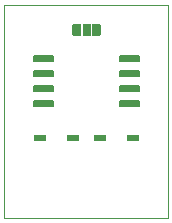
<source format=gtp>
G75*
%MOIN*%
%OFA0B0*%
%FSLAX25Y25*%
%IPPOS*%
%LPD*%
%AMOC8*
5,1,8,0,0,1.08239X$1,22.5*
%
%ADD10C,0.00000*%
%ADD11C,0.01200*%
%ADD12R,0.02800X0.03937*%
%ADD13R,0.02000X0.03937*%
%ADD14C,0.00571*%
%ADD15R,0.04134X0.02362*%
D10*
X0003300Y0003800D02*
X0003300Y0074761D01*
X0058001Y0074761D01*
X0058001Y0003800D01*
X0003300Y0003800D01*
D11*
X0027507Y0064932D02*
X0027507Y0067668D01*
X0027507Y0064932D02*
X0026707Y0064932D01*
X0026707Y0067668D01*
X0027507Y0067668D01*
X0027507Y0066131D02*
X0026707Y0066131D01*
X0026707Y0067330D02*
X0027507Y0067330D01*
X0034893Y0067668D02*
X0034893Y0064932D01*
X0034093Y0064932D01*
X0034093Y0067668D01*
X0034893Y0067668D01*
X0034893Y0066131D02*
X0034093Y0066131D01*
X0034093Y0067330D02*
X0034893Y0067330D01*
D12*
X0030800Y0066300D03*
D13*
X0033525Y0066305D03*
X0028075Y0066300D03*
D14*
X0019590Y0055944D02*
X0013428Y0055944D01*
X0013428Y0057656D01*
X0019590Y0057656D01*
X0019590Y0055944D01*
X0019590Y0056514D02*
X0013428Y0056514D01*
X0013428Y0057084D02*
X0019590Y0057084D01*
X0019590Y0057654D02*
X0013428Y0057654D01*
X0013428Y0050944D02*
X0019590Y0050944D01*
X0013428Y0050944D02*
X0013428Y0052656D01*
X0019590Y0052656D01*
X0019590Y0050944D01*
X0019590Y0051514D02*
X0013428Y0051514D01*
X0013428Y0052084D02*
X0019590Y0052084D01*
X0019590Y0052654D02*
X0013428Y0052654D01*
X0013428Y0045944D02*
X0019590Y0045944D01*
X0013428Y0045944D02*
X0013428Y0047656D01*
X0019590Y0047656D01*
X0019590Y0045944D01*
X0019590Y0046514D02*
X0013428Y0046514D01*
X0013428Y0047084D02*
X0019590Y0047084D01*
X0019590Y0047654D02*
X0013428Y0047654D01*
X0013428Y0040944D02*
X0019590Y0040944D01*
X0013428Y0040944D02*
X0013428Y0042656D01*
X0019590Y0042656D01*
X0019590Y0040944D01*
X0019590Y0041514D02*
X0013428Y0041514D01*
X0013428Y0042084D02*
X0019590Y0042084D01*
X0019590Y0042654D02*
X0013428Y0042654D01*
X0042010Y0040944D02*
X0048172Y0040944D01*
X0042010Y0040944D02*
X0042010Y0042656D01*
X0048172Y0042656D01*
X0048172Y0040944D01*
X0048172Y0041514D02*
X0042010Y0041514D01*
X0042010Y0042084D02*
X0048172Y0042084D01*
X0048172Y0042654D02*
X0042010Y0042654D01*
X0042010Y0045944D02*
X0048172Y0045944D01*
X0042010Y0045944D02*
X0042010Y0047656D01*
X0048172Y0047656D01*
X0048172Y0045944D01*
X0048172Y0046514D02*
X0042010Y0046514D01*
X0042010Y0047084D02*
X0048172Y0047084D01*
X0048172Y0047654D02*
X0042010Y0047654D01*
X0042010Y0050944D02*
X0048172Y0050944D01*
X0042010Y0050944D02*
X0042010Y0052656D01*
X0048172Y0052656D01*
X0048172Y0050944D01*
X0048172Y0051514D02*
X0042010Y0051514D01*
X0042010Y0052084D02*
X0048172Y0052084D01*
X0048172Y0052654D02*
X0042010Y0052654D01*
X0042010Y0055944D02*
X0048172Y0055944D01*
X0042010Y0055944D02*
X0042010Y0057656D01*
X0048172Y0057656D01*
X0048172Y0055944D01*
X0048172Y0056514D02*
X0042010Y0056514D01*
X0042010Y0057084D02*
X0048172Y0057084D01*
X0048172Y0057654D02*
X0042010Y0057654D01*
D15*
X0046312Y0030300D03*
X0035288Y0030300D03*
X0026312Y0030300D03*
X0015288Y0030300D03*
M02*

</source>
